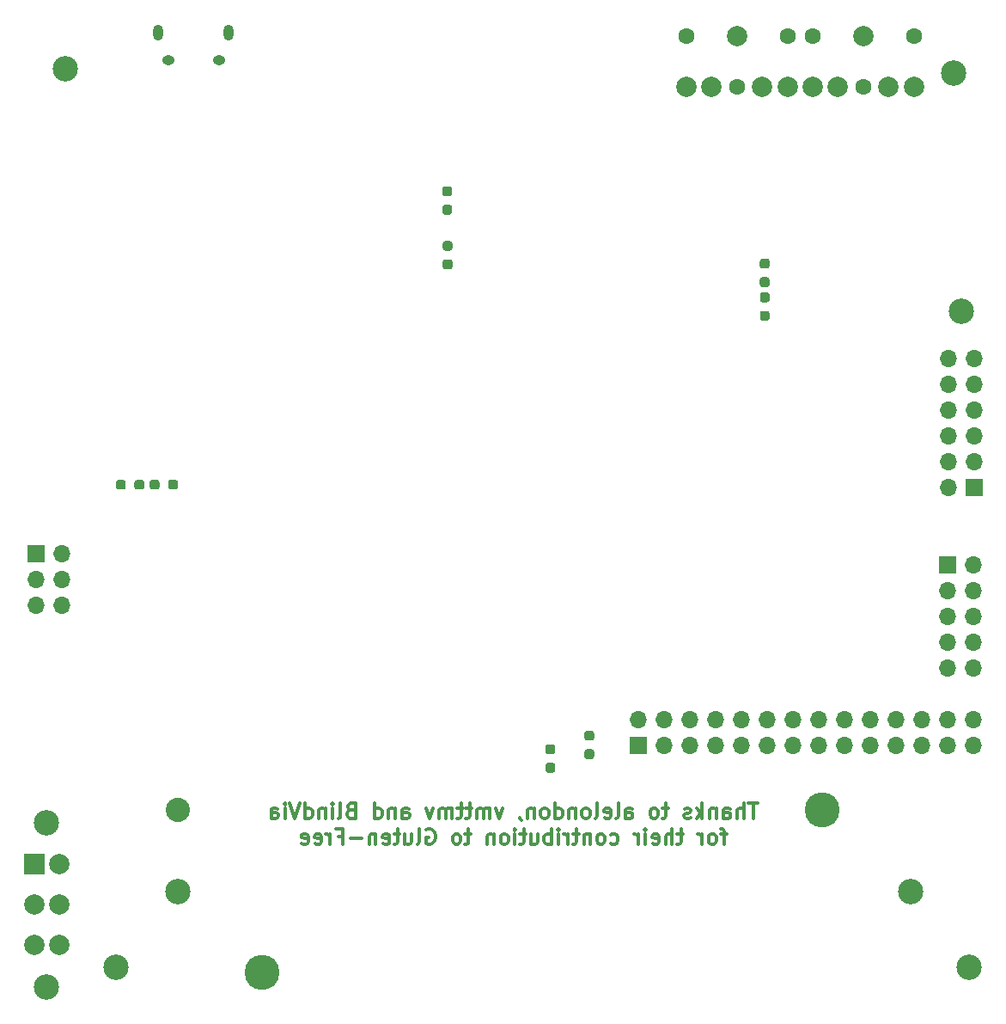
<source format=gbs>
%TF.GenerationSoftware,KiCad,Pcbnew,(5.1.10)-1*%
%TF.CreationDate,2021-10-14T15:05:34-04:00*%
%TF.ProjectId,gf-minus1,67662d6d-696e-4757-9331-2e6b69636164,rev?*%
%TF.SameCoordinates,Original*%
%TF.FileFunction,Soldermask,Bot*%
%TF.FilePolarity,Negative*%
%FSLAX46Y46*%
G04 Gerber Fmt 4.6, Leading zero omitted, Abs format (unit mm)*
G04 Created by KiCad (PCBNEW (5.1.10)-1) date 2021-10-14 15:05:34*
%MOMM*%
%LPD*%
G01*
G04 APERTURE LIST*
%ADD10C,0.300000*%
%ADD11C,2.500000*%
%ADD12R,1.700000X1.700000*%
%ADD13O,1.700000X1.700000*%
%ADD14R,2.000000X2.000000*%
%ADD15C,2.000000*%
%ADD16C,1.600000*%
%ADD17O,1.000000X1.550000*%
%ADD18O,1.250000X0.950000*%
%ADD19C,3.450000*%
%ADD20C,2.390000*%
G04 APERTURE END LIST*
D10*
X125779428Y-128988571D02*
X124922285Y-128988571D01*
X125350857Y-130488571D02*
X125350857Y-128988571D01*
X124422285Y-130488571D02*
X124422285Y-128988571D01*
X123779428Y-130488571D02*
X123779428Y-129702857D01*
X123850857Y-129560000D01*
X123993714Y-129488571D01*
X124208000Y-129488571D01*
X124350857Y-129560000D01*
X124422285Y-129631428D01*
X122422285Y-130488571D02*
X122422285Y-129702857D01*
X122493714Y-129560000D01*
X122636571Y-129488571D01*
X122922285Y-129488571D01*
X123065142Y-129560000D01*
X122422285Y-130417142D02*
X122565142Y-130488571D01*
X122922285Y-130488571D01*
X123065142Y-130417142D01*
X123136571Y-130274285D01*
X123136571Y-130131428D01*
X123065142Y-129988571D01*
X122922285Y-129917142D01*
X122565142Y-129917142D01*
X122422285Y-129845714D01*
X121708000Y-129488571D02*
X121708000Y-130488571D01*
X121708000Y-129631428D02*
X121636571Y-129560000D01*
X121493714Y-129488571D01*
X121279428Y-129488571D01*
X121136571Y-129560000D01*
X121065142Y-129702857D01*
X121065142Y-130488571D01*
X120350857Y-130488571D02*
X120350857Y-128988571D01*
X120208000Y-129917142D02*
X119779428Y-130488571D01*
X119779428Y-129488571D02*
X120350857Y-130060000D01*
X119208000Y-130417142D02*
X119065142Y-130488571D01*
X118779428Y-130488571D01*
X118636571Y-130417142D01*
X118565142Y-130274285D01*
X118565142Y-130202857D01*
X118636571Y-130060000D01*
X118779428Y-129988571D01*
X118993714Y-129988571D01*
X119136571Y-129917142D01*
X119208000Y-129774285D01*
X119208000Y-129702857D01*
X119136571Y-129560000D01*
X118993714Y-129488571D01*
X118779428Y-129488571D01*
X118636571Y-129560000D01*
X116993714Y-129488571D02*
X116422285Y-129488571D01*
X116779428Y-128988571D02*
X116779428Y-130274285D01*
X116708000Y-130417142D01*
X116565142Y-130488571D01*
X116422285Y-130488571D01*
X115707999Y-130488571D02*
X115850857Y-130417142D01*
X115922285Y-130345714D01*
X115993714Y-130202857D01*
X115993714Y-129774285D01*
X115922285Y-129631428D01*
X115850857Y-129560000D01*
X115707999Y-129488571D01*
X115493714Y-129488571D01*
X115350857Y-129560000D01*
X115279428Y-129631428D01*
X115207999Y-129774285D01*
X115207999Y-130202857D01*
X115279428Y-130345714D01*
X115350857Y-130417142D01*
X115493714Y-130488571D01*
X115707999Y-130488571D01*
X112779428Y-130488571D02*
X112779428Y-129702857D01*
X112850857Y-129560000D01*
X112993714Y-129488571D01*
X113279428Y-129488571D01*
X113422285Y-129560000D01*
X112779428Y-130417142D02*
X112922285Y-130488571D01*
X113279428Y-130488571D01*
X113422285Y-130417142D01*
X113493714Y-130274285D01*
X113493714Y-130131428D01*
X113422285Y-129988571D01*
X113279428Y-129917142D01*
X112922285Y-129917142D01*
X112779428Y-129845714D01*
X111850857Y-130488571D02*
X111993714Y-130417142D01*
X112065142Y-130274285D01*
X112065142Y-128988571D01*
X110707999Y-130417142D02*
X110850857Y-130488571D01*
X111136571Y-130488571D01*
X111279428Y-130417142D01*
X111350857Y-130274285D01*
X111350857Y-129702857D01*
X111279428Y-129560000D01*
X111136571Y-129488571D01*
X110850857Y-129488571D01*
X110707999Y-129560000D01*
X110636571Y-129702857D01*
X110636571Y-129845714D01*
X111350857Y-129988571D01*
X109779428Y-130488571D02*
X109922285Y-130417142D01*
X109993714Y-130274285D01*
X109993714Y-128988571D01*
X108993714Y-130488571D02*
X109136571Y-130417142D01*
X109207999Y-130345714D01*
X109279428Y-130202857D01*
X109279428Y-129774285D01*
X109207999Y-129631428D01*
X109136571Y-129560000D01*
X108993714Y-129488571D01*
X108779428Y-129488571D01*
X108636571Y-129560000D01*
X108565142Y-129631428D01*
X108493714Y-129774285D01*
X108493714Y-130202857D01*
X108565142Y-130345714D01*
X108636571Y-130417142D01*
X108779428Y-130488571D01*
X108993714Y-130488571D01*
X107850857Y-129488571D02*
X107850857Y-130488571D01*
X107850857Y-129631428D02*
X107779428Y-129560000D01*
X107636571Y-129488571D01*
X107422285Y-129488571D01*
X107279428Y-129560000D01*
X107207999Y-129702857D01*
X107207999Y-130488571D01*
X105850857Y-130488571D02*
X105850857Y-128988571D01*
X105850857Y-130417142D02*
X105993714Y-130488571D01*
X106279428Y-130488571D01*
X106422285Y-130417142D01*
X106493714Y-130345714D01*
X106565142Y-130202857D01*
X106565142Y-129774285D01*
X106493714Y-129631428D01*
X106422285Y-129560000D01*
X106279428Y-129488571D01*
X105993714Y-129488571D01*
X105850857Y-129560000D01*
X104922285Y-130488571D02*
X105065142Y-130417142D01*
X105136571Y-130345714D01*
X105207999Y-130202857D01*
X105207999Y-129774285D01*
X105136571Y-129631428D01*
X105065142Y-129560000D01*
X104922285Y-129488571D01*
X104707999Y-129488571D01*
X104565142Y-129560000D01*
X104493714Y-129631428D01*
X104422285Y-129774285D01*
X104422285Y-130202857D01*
X104493714Y-130345714D01*
X104565142Y-130417142D01*
X104707999Y-130488571D01*
X104922285Y-130488571D01*
X103779428Y-129488571D02*
X103779428Y-130488571D01*
X103779428Y-129631428D02*
X103707999Y-129560000D01*
X103565142Y-129488571D01*
X103350857Y-129488571D01*
X103207999Y-129560000D01*
X103136571Y-129702857D01*
X103136571Y-130488571D01*
X102350857Y-130417142D02*
X102350857Y-130488571D01*
X102422285Y-130631428D01*
X102493714Y-130702857D01*
X100707999Y-129488571D02*
X100350857Y-130488571D01*
X99993714Y-129488571D01*
X99422285Y-130488571D02*
X99422285Y-129488571D01*
X99422285Y-129631428D02*
X99350857Y-129560000D01*
X99207999Y-129488571D01*
X98993714Y-129488571D01*
X98850857Y-129560000D01*
X98779428Y-129702857D01*
X98779428Y-130488571D01*
X98779428Y-129702857D02*
X98707999Y-129560000D01*
X98565142Y-129488571D01*
X98350857Y-129488571D01*
X98207999Y-129560000D01*
X98136571Y-129702857D01*
X98136571Y-130488571D01*
X97636571Y-129488571D02*
X97065142Y-129488571D01*
X97422285Y-128988571D02*
X97422285Y-130274285D01*
X97350857Y-130417142D01*
X97207999Y-130488571D01*
X97065142Y-130488571D01*
X96779428Y-129488571D02*
X96207999Y-129488571D01*
X96565142Y-128988571D02*
X96565142Y-130274285D01*
X96493714Y-130417142D01*
X96350857Y-130488571D01*
X96207999Y-130488571D01*
X95707999Y-130488571D02*
X95707999Y-129488571D01*
X95707999Y-129631428D02*
X95636571Y-129560000D01*
X95493714Y-129488571D01*
X95279428Y-129488571D01*
X95136571Y-129560000D01*
X95065142Y-129702857D01*
X95065142Y-130488571D01*
X95065142Y-129702857D02*
X94993714Y-129560000D01*
X94850857Y-129488571D01*
X94636571Y-129488571D01*
X94493714Y-129560000D01*
X94422285Y-129702857D01*
X94422285Y-130488571D01*
X93850857Y-129488571D02*
X93493714Y-130488571D01*
X93136571Y-129488571D01*
X90779428Y-130488571D02*
X90779428Y-129702857D01*
X90850857Y-129560000D01*
X90993714Y-129488571D01*
X91279428Y-129488571D01*
X91422285Y-129560000D01*
X90779428Y-130417142D02*
X90922285Y-130488571D01*
X91279428Y-130488571D01*
X91422285Y-130417142D01*
X91493714Y-130274285D01*
X91493714Y-130131428D01*
X91422285Y-129988571D01*
X91279428Y-129917142D01*
X90922285Y-129917142D01*
X90779428Y-129845714D01*
X90065142Y-129488571D02*
X90065142Y-130488571D01*
X90065142Y-129631428D02*
X89993714Y-129560000D01*
X89850857Y-129488571D01*
X89636571Y-129488571D01*
X89493714Y-129560000D01*
X89422285Y-129702857D01*
X89422285Y-130488571D01*
X88065142Y-130488571D02*
X88065142Y-128988571D01*
X88065142Y-130417142D02*
X88207999Y-130488571D01*
X88493714Y-130488571D01*
X88636571Y-130417142D01*
X88707999Y-130345714D01*
X88779428Y-130202857D01*
X88779428Y-129774285D01*
X88707999Y-129631428D01*
X88636571Y-129560000D01*
X88493714Y-129488571D01*
X88207999Y-129488571D01*
X88065142Y-129560000D01*
X85707999Y-129702857D02*
X85493714Y-129774285D01*
X85422285Y-129845714D01*
X85350857Y-129988571D01*
X85350857Y-130202857D01*
X85422285Y-130345714D01*
X85493714Y-130417142D01*
X85636571Y-130488571D01*
X86207999Y-130488571D01*
X86207999Y-128988571D01*
X85707999Y-128988571D01*
X85565142Y-129060000D01*
X85493714Y-129131428D01*
X85422285Y-129274285D01*
X85422285Y-129417142D01*
X85493714Y-129560000D01*
X85565142Y-129631428D01*
X85707999Y-129702857D01*
X86207999Y-129702857D01*
X84493714Y-130488571D02*
X84636571Y-130417142D01*
X84707999Y-130274285D01*
X84707999Y-128988571D01*
X83922285Y-130488571D02*
X83922285Y-129488571D01*
X83922285Y-128988571D02*
X83993714Y-129060000D01*
X83922285Y-129131428D01*
X83850857Y-129060000D01*
X83922285Y-128988571D01*
X83922285Y-129131428D01*
X83207999Y-129488571D02*
X83207999Y-130488571D01*
X83207999Y-129631428D02*
X83136571Y-129560000D01*
X82993714Y-129488571D01*
X82779428Y-129488571D01*
X82636571Y-129560000D01*
X82565142Y-129702857D01*
X82565142Y-130488571D01*
X81207999Y-130488571D02*
X81207999Y-128988571D01*
X81207999Y-130417142D02*
X81350857Y-130488571D01*
X81636571Y-130488571D01*
X81779428Y-130417142D01*
X81850857Y-130345714D01*
X81922285Y-130202857D01*
X81922285Y-129774285D01*
X81850857Y-129631428D01*
X81779428Y-129560000D01*
X81636571Y-129488571D01*
X81350857Y-129488571D01*
X81207999Y-129560000D01*
X80707999Y-128988571D02*
X80207999Y-130488571D01*
X79707999Y-128988571D01*
X79207999Y-130488571D02*
X79207999Y-129488571D01*
X79207999Y-128988571D02*
X79279428Y-129060000D01*
X79207999Y-129131428D01*
X79136571Y-129060000D01*
X79207999Y-128988571D01*
X79207999Y-129131428D01*
X77850857Y-130488571D02*
X77850857Y-129702857D01*
X77922285Y-129560000D01*
X78065142Y-129488571D01*
X78350857Y-129488571D01*
X78493714Y-129560000D01*
X77850857Y-130417142D02*
X77993714Y-130488571D01*
X78350857Y-130488571D01*
X78493714Y-130417142D01*
X78565142Y-130274285D01*
X78565142Y-130131428D01*
X78493714Y-129988571D01*
X78350857Y-129917142D01*
X77993714Y-129917142D01*
X77850857Y-129845714D01*
X122743714Y-132038571D02*
X122172285Y-132038571D01*
X122529428Y-133038571D02*
X122529428Y-131752857D01*
X122458000Y-131610000D01*
X122315142Y-131538571D01*
X122172285Y-131538571D01*
X121458000Y-133038571D02*
X121600857Y-132967142D01*
X121672285Y-132895714D01*
X121743714Y-132752857D01*
X121743714Y-132324285D01*
X121672285Y-132181428D01*
X121600857Y-132110000D01*
X121458000Y-132038571D01*
X121243714Y-132038571D01*
X121100857Y-132110000D01*
X121029428Y-132181428D01*
X120958000Y-132324285D01*
X120958000Y-132752857D01*
X121029428Y-132895714D01*
X121100857Y-132967142D01*
X121243714Y-133038571D01*
X121458000Y-133038571D01*
X120315142Y-133038571D02*
X120315142Y-132038571D01*
X120315142Y-132324285D02*
X120243714Y-132181428D01*
X120172285Y-132110000D01*
X120029428Y-132038571D01*
X119886571Y-132038571D01*
X118458000Y-132038571D02*
X117886571Y-132038571D01*
X118243714Y-131538571D02*
X118243714Y-132824285D01*
X118172285Y-132967142D01*
X118029428Y-133038571D01*
X117886571Y-133038571D01*
X117386571Y-133038571D02*
X117386571Y-131538571D01*
X116743714Y-133038571D02*
X116743714Y-132252857D01*
X116815142Y-132110000D01*
X116958000Y-132038571D01*
X117172285Y-132038571D01*
X117315142Y-132110000D01*
X117386571Y-132181428D01*
X115458000Y-132967142D02*
X115600857Y-133038571D01*
X115886571Y-133038571D01*
X116029428Y-132967142D01*
X116100857Y-132824285D01*
X116100857Y-132252857D01*
X116029428Y-132110000D01*
X115886571Y-132038571D01*
X115600857Y-132038571D01*
X115458000Y-132110000D01*
X115386571Y-132252857D01*
X115386571Y-132395714D01*
X116100857Y-132538571D01*
X114743714Y-133038571D02*
X114743714Y-132038571D01*
X114743714Y-131538571D02*
X114815142Y-131610000D01*
X114743714Y-131681428D01*
X114672285Y-131610000D01*
X114743714Y-131538571D01*
X114743714Y-131681428D01*
X114029428Y-133038571D02*
X114029428Y-132038571D01*
X114029428Y-132324285D02*
X113958000Y-132181428D01*
X113886571Y-132110000D01*
X113743714Y-132038571D01*
X113600857Y-132038571D01*
X111315142Y-132967142D02*
X111458000Y-133038571D01*
X111743714Y-133038571D01*
X111886571Y-132967142D01*
X111958000Y-132895714D01*
X112029428Y-132752857D01*
X112029428Y-132324285D01*
X111958000Y-132181428D01*
X111886571Y-132110000D01*
X111743714Y-132038571D01*
X111458000Y-132038571D01*
X111315142Y-132110000D01*
X110458000Y-133038571D02*
X110600857Y-132967142D01*
X110672285Y-132895714D01*
X110743714Y-132752857D01*
X110743714Y-132324285D01*
X110672285Y-132181428D01*
X110600857Y-132110000D01*
X110458000Y-132038571D01*
X110243714Y-132038571D01*
X110100857Y-132110000D01*
X110029428Y-132181428D01*
X109958000Y-132324285D01*
X109958000Y-132752857D01*
X110029428Y-132895714D01*
X110100857Y-132967142D01*
X110243714Y-133038571D01*
X110458000Y-133038571D01*
X109315142Y-132038571D02*
X109315142Y-133038571D01*
X109315142Y-132181428D02*
X109243714Y-132110000D01*
X109100857Y-132038571D01*
X108886571Y-132038571D01*
X108743714Y-132110000D01*
X108672285Y-132252857D01*
X108672285Y-133038571D01*
X108172285Y-132038571D02*
X107600857Y-132038571D01*
X107958000Y-131538571D02*
X107958000Y-132824285D01*
X107886571Y-132967142D01*
X107743714Y-133038571D01*
X107600857Y-133038571D01*
X107100857Y-133038571D02*
X107100857Y-132038571D01*
X107100857Y-132324285D02*
X107029428Y-132181428D01*
X106958000Y-132110000D01*
X106815142Y-132038571D01*
X106672285Y-132038571D01*
X106172285Y-133038571D02*
X106172285Y-132038571D01*
X106172285Y-131538571D02*
X106243714Y-131610000D01*
X106172285Y-131681428D01*
X106100857Y-131610000D01*
X106172285Y-131538571D01*
X106172285Y-131681428D01*
X105458000Y-133038571D02*
X105458000Y-131538571D01*
X105458000Y-132110000D02*
X105315142Y-132038571D01*
X105029428Y-132038571D01*
X104886571Y-132110000D01*
X104815142Y-132181428D01*
X104743714Y-132324285D01*
X104743714Y-132752857D01*
X104815142Y-132895714D01*
X104886571Y-132967142D01*
X105029428Y-133038571D01*
X105315142Y-133038571D01*
X105458000Y-132967142D01*
X103458000Y-132038571D02*
X103458000Y-133038571D01*
X104100857Y-132038571D02*
X104100857Y-132824285D01*
X104029428Y-132967142D01*
X103886571Y-133038571D01*
X103672285Y-133038571D01*
X103529428Y-132967142D01*
X103458000Y-132895714D01*
X102958000Y-132038571D02*
X102386571Y-132038571D01*
X102743714Y-131538571D02*
X102743714Y-132824285D01*
X102672285Y-132967142D01*
X102529428Y-133038571D01*
X102386571Y-133038571D01*
X101886571Y-133038571D02*
X101886571Y-132038571D01*
X101886571Y-131538571D02*
X101958000Y-131610000D01*
X101886571Y-131681428D01*
X101815142Y-131610000D01*
X101886571Y-131538571D01*
X101886571Y-131681428D01*
X100958000Y-133038571D02*
X101100857Y-132967142D01*
X101172285Y-132895714D01*
X101243714Y-132752857D01*
X101243714Y-132324285D01*
X101172285Y-132181428D01*
X101100857Y-132110000D01*
X100958000Y-132038571D01*
X100743714Y-132038571D01*
X100600857Y-132110000D01*
X100529428Y-132181428D01*
X100458000Y-132324285D01*
X100458000Y-132752857D01*
X100529428Y-132895714D01*
X100600857Y-132967142D01*
X100743714Y-133038571D01*
X100958000Y-133038571D01*
X99815142Y-132038571D02*
X99815142Y-133038571D01*
X99815142Y-132181428D02*
X99743714Y-132110000D01*
X99600857Y-132038571D01*
X99386571Y-132038571D01*
X99243714Y-132110000D01*
X99172285Y-132252857D01*
X99172285Y-133038571D01*
X97529428Y-132038571D02*
X96958000Y-132038571D01*
X97315142Y-131538571D02*
X97315142Y-132824285D01*
X97243714Y-132967142D01*
X97100857Y-133038571D01*
X96958000Y-133038571D01*
X96243714Y-133038571D02*
X96386571Y-132967142D01*
X96458000Y-132895714D01*
X96529428Y-132752857D01*
X96529428Y-132324285D01*
X96458000Y-132181428D01*
X96386571Y-132110000D01*
X96243714Y-132038571D01*
X96029428Y-132038571D01*
X95886571Y-132110000D01*
X95815142Y-132181428D01*
X95743714Y-132324285D01*
X95743714Y-132752857D01*
X95815142Y-132895714D01*
X95886571Y-132967142D01*
X96029428Y-133038571D01*
X96243714Y-133038571D01*
X93172285Y-131610000D02*
X93315142Y-131538571D01*
X93529428Y-131538571D01*
X93743714Y-131610000D01*
X93886571Y-131752857D01*
X93958000Y-131895714D01*
X94029428Y-132181428D01*
X94029428Y-132395714D01*
X93958000Y-132681428D01*
X93886571Y-132824285D01*
X93743714Y-132967142D01*
X93529428Y-133038571D01*
X93386571Y-133038571D01*
X93172285Y-132967142D01*
X93100857Y-132895714D01*
X93100857Y-132395714D01*
X93386571Y-132395714D01*
X92243714Y-133038571D02*
X92386571Y-132967142D01*
X92458000Y-132824285D01*
X92458000Y-131538571D01*
X91029428Y-132038571D02*
X91029428Y-133038571D01*
X91672285Y-132038571D02*
X91672285Y-132824285D01*
X91600857Y-132967142D01*
X91458000Y-133038571D01*
X91243714Y-133038571D01*
X91100857Y-132967142D01*
X91029428Y-132895714D01*
X90529428Y-132038571D02*
X89958000Y-132038571D01*
X90315142Y-131538571D02*
X90315142Y-132824285D01*
X90243714Y-132967142D01*
X90100857Y-133038571D01*
X89958000Y-133038571D01*
X88886571Y-132967142D02*
X89029428Y-133038571D01*
X89315142Y-133038571D01*
X89458000Y-132967142D01*
X89529428Y-132824285D01*
X89529428Y-132252857D01*
X89458000Y-132110000D01*
X89315142Y-132038571D01*
X89029428Y-132038571D01*
X88886571Y-132110000D01*
X88815142Y-132252857D01*
X88815142Y-132395714D01*
X89529428Y-132538571D01*
X88172285Y-132038571D02*
X88172285Y-133038571D01*
X88172285Y-132181428D02*
X88100857Y-132110000D01*
X87958000Y-132038571D01*
X87743714Y-132038571D01*
X87600857Y-132110000D01*
X87529428Y-132252857D01*
X87529428Y-133038571D01*
X86815142Y-132467142D02*
X85672285Y-132467142D01*
X84458000Y-132252857D02*
X84958000Y-132252857D01*
X84958000Y-133038571D02*
X84958000Y-131538571D01*
X84243714Y-131538571D01*
X83672285Y-133038571D02*
X83672285Y-132038571D01*
X83672285Y-132324285D02*
X83600857Y-132181428D01*
X83529428Y-132110000D01*
X83386571Y-132038571D01*
X83243714Y-132038571D01*
X82172285Y-132967142D02*
X82315142Y-133038571D01*
X82600857Y-133038571D01*
X82743714Y-132967142D01*
X82815142Y-132824285D01*
X82815142Y-132252857D01*
X82743714Y-132110000D01*
X82600857Y-132038571D01*
X82315142Y-132038571D01*
X82172285Y-132110000D01*
X82100857Y-132252857D01*
X82100857Y-132395714D01*
X82815142Y-132538571D01*
X80886571Y-132967142D02*
X81029428Y-133038571D01*
X81315142Y-133038571D01*
X81458000Y-132967142D01*
X81529428Y-132824285D01*
X81529428Y-132252857D01*
X81458000Y-132110000D01*
X81315142Y-132038571D01*
X81029428Y-132038571D01*
X80886571Y-132110000D01*
X80815142Y-132252857D01*
X80815142Y-132395714D01*
X81529428Y-132538571D01*
D11*
X145904000Y-80539000D03*
X57600000Y-56650000D03*
X145100000Y-57150000D03*
X146600000Y-145150000D03*
X62600000Y-145150000D03*
G36*
G01*
X109447500Y-124672500D02*
X108972500Y-124672500D01*
G75*
G02*
X108735000Y-124435000I0J237500D01*
G01*
X108735000Y-123935000D01*
G75*
G02*
X108972500Y-123697500I237500J0D01*
G01*
X109447500Y-123697500D01*
G75*
G02*
X109685000Y-123935000I0J-237500D01*
G01*
X109685000Y-124435000D01*
G75*
G02*
X109447500Y-124672500I-237500J0D01*
G01*
G37*
G36*
G01*
X109447500Y-122847500D02*
X108972500Y-122847500D01*
G75*
G02*
X108735000Y-122610000I0J237500D01*
G01*
X108735000Y-122110000D01*
G75*
G02*
X108972500Y-121872500I237500J0D01*
G01*
X109447500Y-121872500D01*
G75*
G02*
X109685000Y-122110000I0J-237500D01*
G01*
X109685000Y-122610000D01*
G75*
G02*
X109447500Y-122847500I-237500J0D01*
G01*
G37*
G36*
G01*
X105617500Y-126012500D02*
X105142500Y-126012500D01*
G75*
G02*
X104905000Y-125775000I0J237500D01*
G01*
X104905000Y-125275000D01*
G75*
G02*
X105142500Y-125037500I237500J0D01*
G01*
X105617500Y-125037500D01*
G75*
G02*
X105855000Y-125275000I0J-237500D01*
G01*
X105855000Y-125775000D01*
G75*
G02*
X105617500Y-126012500I-237500J0D01*
G01*
G37*
G36*
G01*
X105617500Y-124187500D02*
X105142500Y-124187500D01*
G75*
G02*
X104905000Y-123950000I0J237500D01*
G01*
X104905000Y-123450000D01*
G75*
G02*
X105142500Y-123212500I237500J0D01*
G01*
X105617500Y-123212500D01*
G75*
G02*
X105855000Y-123450000I0J-237500D01*
G01*
X105855000Y-123950000D01*
G75*
G02*
X105617500Y-124187500I-237500J0D01*
G01*
G37*
G36*
G01*
X126262500Y-75380000D02*
X126737500Y-75380000D01*
G75*
G02*
X126975000Y-75617500I0J-237500D01*
G01*
X126975000Y-76117500D01*
G75*
G02*
X126737500Y-76355000I-237500J0D01*
G01*
X126262500Y-76355000D01*
G75*
G02*
X126025000Y-76117500I0J237500D01*
G01*
X126025000Y-75617500D01*
G75*
G02*
X126262500Y-75380000I237500J0D01*
G01*
G37*
G36*
G01*
X126262500Y-77205000D02*
X126737500Y-77205000D01*
G75*
G02*
X126975000Y-77442500I0J-237500D01*
G01*
X126975000Y-77942500D01*
G75*
G02*
X126737500Y-78180000I-237500J0D01*
G01*
X126262500Y-78180000D01*
G75*
G02*
X126025000Y-77942500I0J237500D01*
G01*
X126025000Y-77442500D01*
G75*
G02*
X126262500Y-77205000I237500J0D01*
G01*
G37*
G36*
G01*
X126747500Y-81502500D02*
X126272500Y-81502500D01*
G75*
G02*
X126035000Y-81265000I0J237500D01*
G01*
X126035000Y-80765000D01*
G75*
G02*
X126272500Y-80527500I237500J0D01*
G01*
X126747500Y-80527500D01*
G75*
G02*
X126985000Y-80765000I0J-237500D01*
G01*
X126985000Y-81265000D01*
G75*
G02*
X126747500Y-81502500I-237500J0D01*
G01*
G37*
G36*
G01*
X126747500Y-79677500D02*
X126272500Y-79677500D01*
G75*
G02*
X126035000Y-79440000I0J237500D01*
G01*
X126035000Y-78940000D01*
G75*
G02*
X126272500Y-78702500I237500J0D01*
G01*
X126747500Y-78702500D01*
G75*
G02*
X126985000Y-78940000I0J-237500D01*
G01*
X126985000Y-79440000D01*
G75*
G02*
X126747500Y-79677500I-237500J0D01*
G01*
G37*
G36*
G01*
X94972500Y-68257500D02*
X95447500Y-68257500D01*
G75*
G02*
X95685000Y-68495000I0J-237500D01*
G01*
X95685000Y-68995000D01*
G75*
G02*
X95447500Y-69232500I-237500J0D01*
G01*
X94972500Y-69232500D01*
G75*
G02*
X94735000Y-68995000I0J237500D01*
G01*
X94735000Y-68495000D01*
G75*
G02*
X94972500Y-68257500I237500J0D01*
G01*
G37*
G36*
G01*
X94972500Y-70082500D02*
X95447500Y-70082500D01*
G75*
G02*
X95685000Y-70320000I0J-237500D01*
G01*
X95685000Y-70820000D01*
G75*
G02*
X95447500Y-71057500I-237500J0D01*
G01*
X94972500Y-71057500D01*
G75*
G02*
X94735000Y-70820000I0J237500D01*
G01*
X94735000Y-70320000D01*
G75*
G02*
X94972500Y-70082500I237500J0D01*
G01*
G37*
G36*
G01*
X95487500Y-76440000D02*
X95012500Y-76440000D01*
G75*
G02*
X94775000Y-76202500I0J237500D01*
G01*
X94775000Y-75702500D01*
G75*
G02*
X95012500Y-75465000I237500J0D01*
G01*
X95487500Y-75465000D01*
G75*
G02*
X95725000Y-75702500I0J-237500D01*
G01*
X95725000Y-76202500D01*
G75*
G02*
X95487500Y-76440000I-237500J0D01*
G01*
G37*
G36*
G01*
X95487500Y-74615000D02*
X95012500Y-74615000D01*
G75*
G02*
X94775000Y-74377500I0J237500D01*
G01*
X94775000Y-73877500D01*
G75*
G02*
X95012500Y-73640000I237500J0D01*
G01*
X95487500Y-73640000D01*
G75*
G02*
X95725000Y-73877500I0J-237500D01*
G01*
X95725000Y-74377500D01*
G75*
G02*
X95487500Y-74615000I-237500J0D01*
G01*
G37*
G36*
G01*
X68680000Y-97402500D02*
X68680000Y-97877500D01*
G75*
G02*
X68442500Y-98115000I-237500J0D01*
G01*
X67942500Y-98115000D01*
G75*
G02*
X67705000Y-97877500I0J237500D01*
G01*
X67705000Y-97402500D01*
G75*
G02*
X67942500Y-97165000I237500J0D01*
G01*
X68442500Y-97165000D01*
G75*
G02*
X68680000Y-97402500I0J-237500D01*
G01*
G37*
G36*
G01*
X66855000Y-97402500D02*
X66855000Y-97877500D01*
G75*
G02*
X66617500Y-98115000I-237500J0D01*
G01*
X66117500Y-98115000D01*
G75*
G02*
X65880000Y-97877500I0J237500D01*
G01*
X65880000Y-97402500D01*
G75*
G02*
X66117500Y-97165000I237500J0D01*
G01*
X66617500Y-97165000D01*
G75*
G02*
X66855000Y-97402500I0J-237500D01*
G01*
G37*
G36*
G01*
X62560000Y-97887500D02*
X62560000Y-97412500D01*
G75*
G02*
X62797500Y-97175000I237500J0D01*
G01*
X63297500Y-97175000D01*
G75*
G02*
X63535000Y-97412500I0J-237500D01*
G01*
X63535000Y-97887500D01*
G75*
G02*
X63297500Y-98125000I-237500J0D01*
G01*
X62797500Y-98125000D01*
G75*
G02*
X62560000Y-97887500I0J237500D01*
G01*
G37*
G36*
G01*
X64385000Y-97887500D02*
X64385000Y-97412500D01*
G75*
G02*
X64622500Y-97175000I237500J0D01*
G01*
X65122500Y-97175000D01*
G75*
G02*
X65360000Y-97412500I0J-237500D01*
G01*
X65360000Y-97887500D01*
G75*
G02*
X65122500Y-98125000I-237500J0D01*
G01*
X64622500Y-98125000D01*
G75*
G02*
X64385000Y-97887500I0J237500D01*
G01*
G37*
D12*
X114060000Y-123350000D03*
D13*
X114060000Y-120810000D03*
X116600000Y-123350000D03*
X116600000Y-120810000D03*
X119140000Y-123350000D03*
X119140000Y-120810000D03*
X121680000Y-123350000D03*
X121680000Y-120810000D03*
X124220000Y-123350000D03*
X124220000Y-120810000D03*
X126760000Y-123350000D03*
X126760000Y-120810000D03*
X129300000Y-123350000D03*
X129300000Y-120810000D03*
X131840000Y-123350000D03*
X131840000Y-120810000D03*
X134380000Y-123350000D03*
X134380000Y-120810000D03*
X136920000Y-123350000D03*
X136920000Y-120810000D03*
X139460000Y-123350000D03*
X139460000Y-120810000D03*
X142000000Y-123350000D03*
X142000000Y-120810000D03*
X144540000Y-123350000D03*
X144540000Y-120810000D03*
X147080000Y-123350000D03*
X147080000Y-120810000D03*
D12*
X144560000Y-105558000D03*
D13*
X147100000Y-105558000D03*
X144560000Y-108098000D03*
X147100000Y-108098000D03*
X144560000Y-110638000D03*
X147100000Y-110638000D03*
X144560000Y-113178000D03*
X147100000Y-113178000D03*
X144560000Y-115718000D03*
X147100000Y-115718000D03*
D11*
X55750000Y-147100000D03*
X55750000Y-130900000D03*
D14*
X54500000Y-135000000D03*
D15*
X54500000Y-139000000D03*
X54500000Y-143000000D03*
X57000000Y-135000000D03*
X57000000Y-139000000D03*
X57000000Y-143000000D03*
D16*
X123750000Y-58450000D03*
X128750000Y-53450000D03*
X118750000Y-53450000D03*
D15*
X118750000Y-58450000D03*
X121250000Y-58450000D03*
X126250000Y-58450000D03*
X128750000Y-58450000D03*
X123750000Y-53450000D03*
D16*
X136200000Y-58450000D03*
X141200000Y-53450000D03*
X131200000Y-53450000D03*
D15*
X131200000Y-58450000D03*
X133700000Y-58450000D03*
X138700000Y-58450000D03*
X141200000Y-58450000D03*
X136200000Y-53450000D03*
D12*
X54660000Y-104460000D03*
D13*
X57200000Y-104460000D03*
X54660000Y-107000000D03*
X57200000Y-107000000D03*
X54660000Y-109540000D03*
X57200000Y-109540000D03*
X144570000Y-85238000D03*
X147110000Y-85238000D03*
X144570000Y-87778000D03*
X147110000Y-87778000D03*
X144570000Y-90318000D03*
X147110000Y-90318000D03*
X144570000Y-92858000D03*
X147110000Y-92858000D03*
X144570000Y-95398000D03*
X147110000Y-95398000D03*
X144570000Y-97938000D03*
D12*
X147110000Y-97938000D03*
D17*
X66700000Y-53100000D03*
X73700000Y-53100000D03*
D18*
X72700000Y-55800000D03*
X67700000Y-55800000D03*
D11*
X68670000Y-137750000D03*
X140890000Y-137750000D03*
D19*
X132150000Y-129650000D03*
X76950000Y-145650000D03*
D20*
X68670000Y-129650000D03*
M02*

</source>
